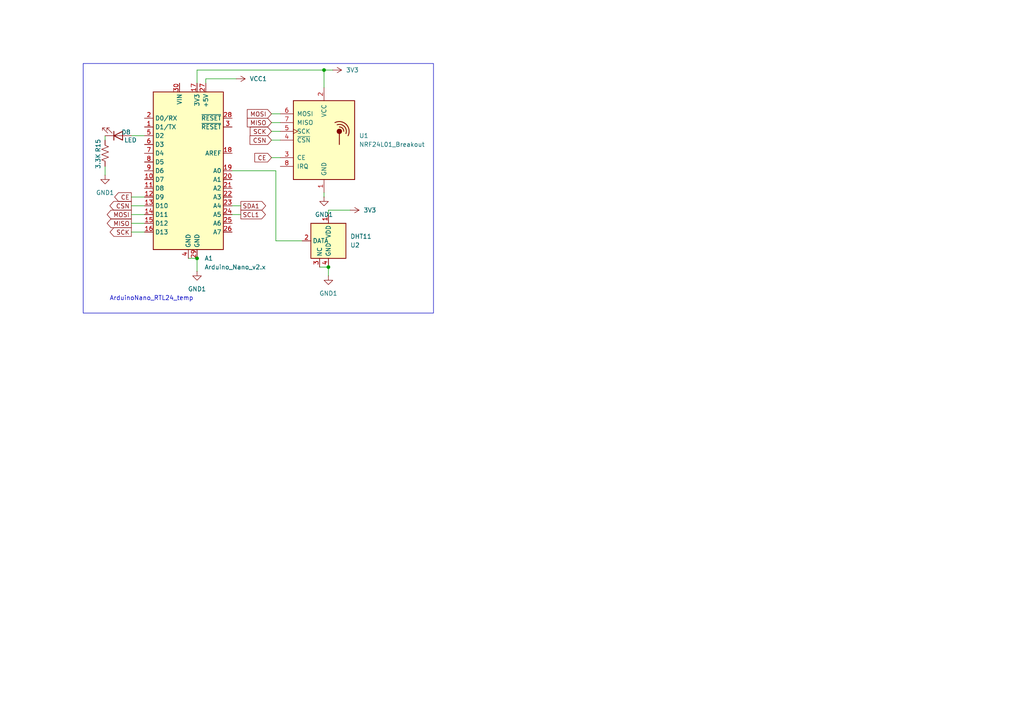
<source format=kicad_sch>
(kicad_sch (version 20250114) (generator "eeschema") (generator_version "9.0")
  (paper "A4")
  (lib_symbols
    (symbol "Device:LED" (pin_numbers (hide yes)) (pin_names (offset 1.016) (hide yes))
      (property "Reference" "D" (at 0 2.54 0))
      (property "Value" "LED" (at 0 -2.54 0))
      (symbol "LED_0_1"
        (polyline (pts (xy -3.048 -0.762) (xy -4.572 -2.286) (xy -3.81 -2.286) (xy -4.572 -2.286) (xy -4.572 -1.524)))
        (polyline (pts (xy -1.778 -0.762) (xy -3.302 -2.286) (xy -2.54 -2.286) (xy -3.302 -2.286) (xy -3.302 -1.524)))
        (polyline (pts (xy -1.27 0) (xy 1.27 0)))
        (polyline (pts (xy -1.27 -1.27) (xy -1.27 1.27)) (stroke (width 0.254)))
        (polyline (pts (xy 1.27 -1.27) (xy 1.27 1.27) (xy -1.27 0) (xy 1.27 -1.27)) (stroke (width 0.254)))
      )
      (symbol "LED_1_1"
        (pin passive line (at -3.81 0 0) (length 2.54) (name "K") (number "1"))
        (pin passive line (at 3.81 0 180) (length 2.54) (name "A") (number "2"))
      )
    )
    (symbol "Device:R_US" (pin_numbers (hide yes)) (pin_names (offset 0))
      (property "Reference" "R" (at 2.54 0 90))
      (property "Value" "R_US" (at -2.54 0 90))
      (symbol "R_US_0_1"
        (polyline (pts (xy 0 2.286) (xy 0 2.54)))
        (polyline (pts (xy 0 2.286) (xy 1.016 1.905) (xy 0 1.524) (xy -1.016 1.143) (xy 0 0.762)))
        (polyline (pts (xy 0 0.762) (xy 1.016 0.381) (xy 0 0) (xy -1.016 -0.381) (xy 0 -0.762)))
        (polyline (pts (xy 0 -0.762) (xy 1.016 -1.143) (xy 0 -1.524) (xy -1.016 -1.905) (xy 0 -2.286)))
        (polyline (pts (xy 0 -2.286) (xy 0 -2.54)))
      )
      (symbol "R_US_1_1"
        (pin passive line (at 0 3.81 270) (length 1.27) (name "~") (number "1"))
        (pin passive line (at 0 -3.81 90) (length 1.27) (name "~") (number "2"))
      )
    )
    (symbol "MCU_Module:Arduino_Nano_v2.x"
      (property "Reference" "A" (at -10.16 23.495 0))
      (property "Value" "Arduino_Nano_v2.x" (at 5.08 -24.13 0))
      (symbol "Arduino_Nano_v2.x_0_1"
        (rectangle (start -10.16 22.86) (end 10.16 -22.86) (stroke (width 0.254)) (fill (type background)))
      )
      (symbol "Arduino_Nano_v2.x_1_1"
        (pin bidirectional line (at -12.7 15.24 0) (length 2.54) (name "D0/RX") (number "2"))
        (pin bidirectional line (at -12.7 12.7 0) (length 2.54) (name "D1/TX") (number "1"))
        (pin bidirectional line (at -12.7 10.16 0) (length 2.54) (name "D2") (number "5"))
        (pin bidirectional line (at -12.7 7.62 0) (length 2.54) (name "D3") (number "6"))
        (pin bidirectional line (at -12.7 5.08 0) (length 2.54) (name "D4") (number "7"))
        (pin bidirectional line (at -12.7 2.54 0) (length 2.54) (name "D5") (number "8"))
        (pin bidirectional line (at -12.7 0 0) (length 2.54) (name "D6") (number "9"))
        (pin bidirectional line (at -12.7 -2.54 0) (length 2.54) (name "D7") (number "10"))
        (pin bidirectional line (at -12.7 -5.08 0) (length 2.54) (name "D8") (number "11"))
        (pin bidirectional line (at -12.7 -7.62 0) (length 2.54) (name "D9") (number "12"))
        (pin bidirectional line (at -12.7 -10.16 0) (length 2.54) (name "D10") (number "13"))
        (pin bidirectional line (at -12.7 -12.7 0) (length 2.54) (name "D11") (number "14"))
        (pin bidirectional line (at -12.7 -15.24 0) (length 2.54) (name "D12") (number "15"))
        (pin bidirectional line (at -12.7 -17.78 0) (length 2.54) (name "D13") (number "16"))
        (pin power_in line (at -2.54 25.4 270) (length 2.54) (name "VIN") (number "30"))
        (pin power_in line (at 0 -25.4 90) (length 2.54) (name "GND") (number "4"))
        (pin power_out line (at 2.54 25.4 270) (length 2.54) (name "3V3") (number "17"))
        (pin power_in line (at 2.54 -25.4 90) (length 2.54) (name "GND") (number "29"))
        (pin power_out line (at 5.08 25.4 270) (length 2.54) (name "+5V") (number "27"))
        (pin input line (at 12.7 15.24 180) (length 2.54) (name "~{RESET}") (number "28"))
        (pin input line (at 12.7 12.7 180) (length 2.54) (name "~{RESET}") (number "3"))
        (pin input line (at 12.7 5.08 180) (length 2.54) (name "AREF") (number "18"))
        (pin bidirectional line (at 12.7 0 180) (length 2.54) (name "A0") (number "19"))
        (pin bidirectional line (at 12.7 -2.54 180) (length 2.54) (name "A1") (number "20"))
        (pin bidirectional line (at 12.7 -5.08 180) (length 2.54) (name "A2") (number "21"))
        (pin bidirectional line (at 12.7 -7.62 180) (length 2.54) (name "A3") (number "22"))
        (pin bidirectional line (at 12.7 -10.16 180) (length 2.54) (name "A4") (number "23"))
        (pin bidirectional line (at 12.7 -12.7 180) (length 2.54) (name "A5") (number "24"))
        (pin bidirectional line (at 12.7 -15.24 180) (length 2.54) (name "A6") (number "25"))
        (pin bidirectional line (at 12.7 -17.78 180) (length 2.54) (name "A7") (number "26"))
      )
    )
    (symbol "RF:NRF24L01_Breakout" (pin_names (offset 1.016))
      (property "Reference" "U" (at -8.89 12.7 0))
      (property "Value" "NRF24L01_Breakout" (at 3.81 12.7 0))
      (symbol "NRF24L01_Breakout_0_1"
        (rectangle (start -8.89 11.43) (end 8.89 -11.43) (stroke (width 0.254)) (fill (type background)))
        (arc (start 3.175 5.08) (mid 6.453 4.548) (end 6.985 1.27) (stroke (width 0.254)))
        (circle (center 4.445 2.54) (radius 0.635) (stroke (width 0.254)) (fill (type outline)))
        (polyline (pts (xy 4.445 1.905) (xy 4.445 -1.27)) (stroke (width 0.254)))
        (arc (start 3.81 4.445) (mid 5.8835 3.9785) (end 6.35 1.905) (stroke (width 0.254)))
        (arc (start 4.445 3.81) (mid 5.3558 3.4508) (end 5.715 2.54) (stroke (width 0.254)))
      )
      (symbol "NRF24L01_Breakout_1_1"
        (pin input line (at -12.7 7.62 0) (length 3.81) (name "MOSI") (number "6"))
        (pin output line (at -12.7 5.08 0) (length 3.81) (name "MISO") (number "7"))
        (pin input clock (at -12.7 2.54 0) (length 3.81) (name "SCK") (number "5"))
        (pin input line (at -12.7 0 0) (length 3.81) (name "~{CSN}") (number "4"))
        (pin input line (at -12.7 -5.08 0) (length 3.81) (name "CE") (number "3"))
        (pin output line (at -12.7 -7.62 0) (length 3.81) (name "IRQ") (number "8"))
        (pin power_in line (at 0 15.24 270) (length 3.81) (name "VCC") (number "2"))
        (pin power_in line (at 0 -15.24 90) (length 3.81) (name "GND") (number "1"))
      )
    )
    (symbol "Sensor:DHT11"
      (property "Reference" "U2" (at -6.35 -1.2701 0))
      (property "Value" "DHT11" (at -6.35 1.2699 0))
      (symbol "DHT11_0_1"
        (rectangle (start -5.08 5.08) (end 5.08 -5.08) (stroke (width 0.254)) (fill (type background)))
      )
      (symbol "DHT11_1_1"
        (pin no_connect line (at -5.08 0 0) (length 2.54) (hide yes) (name "NC") (number "3"))
        (pin power_in line (at 0 7.62 270) (length 2.54) (name "VDD") (number "1"))
        (pin power_in line (at 0 -7.62 90) (length 2.54) (name "GND") (number "4"))
        (pin power_in line (at 2.54 -7.62 90) (length 2.54) (name "NC") (number "3"))
        (pin bidirectional line (at 7.62 0 180) (length 2.54) (name "DATA") (number "2"))
      )
    )
    (symbol "power:GND" (power) (pin_numbers (hide yes)) (pin_names (offset 0) (hide yes))
      (property "Value" "GND" (at 0 -3.81 0))
      (symbol "GND_0_1"
        (polyline (pts (xy 0 0) (xy 0 -1.27) (xy 1.27 -1.27) (xy 0 -2.54) (xy -1.27 -1.27) (xy 0 -1.27)))
      )
      (symbol "GND_1_1"
        (pin power_in line (at 0 0 270) (length 0) (name "~") (number "1"))
      )
    )
    (symbol "power:VCC" (power) (pin_numbers (hide yes)) (pin_names (offset 0) (hide yes))
      (property "Value" "VCC" (at 0 3.556 0))
      (symbol "VCC_0_1"
        (polyline (pts (xy -0.762 1.27) (xy 0 2.54)))
        (polyline (pts (xy 0 2.54) (xy 0.762 1.27)))
        (polyline (pts (xy 0 0) (xy 0 2.54)))
      )
      (symbol "VCC_1_1"
        (pin power_in line (at 0 0 90) (length 0) (name "~") (number "1"))
      )
    )
  )
  (rectangle (start 24.13 18.415) (end 125.73 90.805))
  (text "ArduinoNano_RTL24_temp" (at 43.942 86.614 0) (effects (font (size 1.27 1.27))))
  (junction (at 93.98 20.32))
  (junction (at 95.25 77.47))
  (junction (at 57.15 74.93))
  (wire (pts (xy 30.48 48.26) (xy 30.48 50.8)))
  (wire (pts (xy 68.58 22.86) (xy 59.69 22.86)))
  (wire (pts (xy 67.31 59.69) (xy 69.85 59.69)))
  (wire (pts (xy 38.1 59.69) (xy 41.91 59.69)))
  (wire (pts (xy 92.71 77.47) (xy 95.25 77.47)))
  (wire (pts (xy 67.31 49.53) (xy 80.01 49.53)))
  (wire (pts (xy 80.01 69.85) (xy 87.63 69.85)))
  (wire (pts (xy 95.25 60.96) (xy 101.6 60.96)))
  (wire (pts (xy 67.31 62.23) (xy 69.85 62.23)))
  (wire (pts (xy 80.01 49.53) (xy 80.01 69.85)))
  (wire (pts (xy 38.1 39.37) (xy 41.91 39.37)))
  (wire (pts (xy 38.1 57.15) (xy 41.91 57.15)))
  (wire (pts (xy 57.15 24.13) (xy 57.15 20.32)))
  (wire (pts (xy 78.74 35.56) (xy 81.28 35.56)))
  (wire (pts (xy 57.15 20.32) (xy 93.98 20.32)))
  (wire (pts (xy 30.48 39.37) (xy 30.48 40.64)))
  (wire (pts (xy 78.74 38.1) (xy 81.28 38.1)))
  (wire (pts (xy 78.74 40.64) (xy 81.28 40.64)))
  (wire (pts (xy 38.1 62.23) (xy 41.91 62.23)))
  (wire (pts (xy 93.98 55.88) (xy 93.98 57.15)))
  (wire (pts (xy 93.98 20.32) (xy 93.98 25.4)))
  (wire (pts (xy 57.15 74.93) (xy 57.15 78.74)))
  (wire (pts (xy 38.1 67.31) (xy 41.91 67.31)))
  (wire (pts (xy 54.61 74.93) (xy 57.15 74.93)))
  (wire (pts (xy 38.1 64.77) (xy 41.91 64.77)))
  (wire (pts (xy 93.98 20.32) (xy 96.52 20.32)))
  (wire (pts (xy 78.74 45.72) (xy 81.28 45.72)))
  (wire (pts (xy 95.25 77.47) (xy 95.25 80.01)))
  (wire (pts (xy 59.69 22.86) (xy 59.69 24.13)))
  (wire (pts (xy 78.74 33.02) (xy 81.28 33.02)))
  (wire (pts (xy 95.25 60.96) (xy 95.25 62.23)))
  (global_label "MOSI" (shape input) (at 78.74 33.02 180) (property "Intersheetrefs" "${INTERSHEET_REFS}" (effects (hide yes))))
  (global_label "MISO" (shape input) (at 78.74 35.56 180) (property "Intersheetrefs" "${INTERSHEET_REFS}" (effects (hide yes))))
  (global_label "SCK" (shape input) (at 78.74 38.1 180) (property "Intersheetrefs" "${INTERSHEET_REFS}" (effects (hide yes))))
  (global_label "CE" (shape input) (at 78.74 45.72 180) (property "Intersheetrefs" "${INTERSHEET_REFS}" (effects (hide yes))))
  (global_label "MOSI" (shape output) (at 38.1 62.23 180) (property "Intersheetrefs" "${INTERSHEET_REFS}" (effects (hide yes))))
  (global_label "SCL1" (shape output) (at 69.85 62.23 0) (property "Intersheetrefs" "${INTERSHEET_REFS}" (effects (hide yes))))
  (global_label "CSN" (shape input) (at 78.74 40.64 180) (property "Intersheetrefs" "${INTERSHEET_REFS}" (effects (hide yes))))
  (global_label "CSN" (shape output) (at 38.1 59.69 180) (property "Intersheetrefs" "${INTERSHEET_REFS}" (effects (hide yes))))
  (global_label "CE" (shape output) (at 38.1 57.15 180) (property "Intersheetrefs" "${INTERSHEET_REFS}" (effects (hide yes))))
  (global_label "SCK" (shape output) (at 38.1 67.31 180) (property "Intersheetrefs" "${INTERSHEET_REFS}" (effects (hide yes))))
  (global_label "MISO" (shape output) (at 38.1 64.77 180) (property "Intersheetrefs" "${INTERSHEET_REFS}" (effects (hide yes))))
  (global_label "SDA1" (shape output) (at 69.85 59.69 0) (property "Intersheetrefs" "${INTERSHEET_REFS}" (effects (hide yes))))
  (symbol (lib_id "power:GND") (at 30.48 50.8 0) (unit 1)
    (property "Reference" "#PWR09" (effects (hide yes)))
    (property "Value" "GND1" (at 30.48 55.88 0))
    (property "Description" "Power symbol creates a global label with name \"GND\" , ground" (effects (hide yes)))
  )
  (symbol (lib_id "power:GND") (at 93.98 57.15 0) (unit 1)
    (property "Reference" "#PWR03" (effects (hide yes)))
    (property "Value" "GND1" (at 93.98 62.23 0))
    (property "Description" "Power symbol creates a global label with name \"GND\" , ground" (effects (hide yes)))
  )
  (symbol (lib_id "power:VCC") (at 101.6 60.96 270) (unit 1)
    (property "Reference" "#PWR06" (effects (hide yes)))
    (property "Value" "3V3" (at 105.41 60.9599 90) (effects (justify left)))
    (property "Description" "Power symbol creates a global label with name \"VCC\"" (effects (hide yes)))
  )
  (symbol (lib_id "MCU_Module:Arduino_Nano_v2.x") (at 54.61 49.53 0) (unit 1)
    (property "Reference" "A1" (at 59.2933 74.93 0) (effects (justify left)))
    (property "Value" "Arduino_Nano_v2.x" (at 59.2933 77.47 0) (effects (justify left)))
    (property "Footprint" "Module:Arduino_Nano" (effects (hide yes)))
    (property "Datasheet" "https://www.arduino.cc/en/uploads/Main/ArduinoNanoManual23.pdf" (effects (hide yes)))
    (property "Description" "Arduino Nano v2.x" (effects (hide yes)))
  )
  (symbol (lib_id "power:VCC") (at 96.52 20.32 270) (unit 1)
    (property "Reference" "#PWR05" (effects (hide yes)))
    (property "Value" "3V3" (at 100.33 20.3199 90) (effects (justify left)))
    (property "Description" "Power symbol creates a global label with name \"VCC\"" (effects (hide yes)))
  )
  (symbol (lib_id "Device:R_US") (at 30.48 44.45 0) (unit 1)
    (property "Reference" "R15" (at 28.448 44.196 90) (effects (justify left)))
    (property "Value" "3.3K" (at 28.448 49.022 90) (effects (justify left)))
    (property "Footprint" "Resistor_THT:R_Axial_DIN0204_L3.6mm_D1.6mm_P5.08mm_Horizontal" (effects (hide yes)))
  )
  (symbol (lib_id "Device:LED") (at 34.29 39.37 0) (mirror x) (unit 1)
    (property "Reference" "D8" (at 36.576 38.354 0))
    (property "Value" "LED" (at 37.846 40.64 0))
    (property "Footprint" "LED_THT:LED_D3.0mm_Horizontal_O1.27mm_Z2.0mm" (effects (hide yes)))
    (property "Description" "Light emitting diode" (effects (hide yes)))
    (property "Sim.Pins" "1=K 2=A" (effects (hide yes)))
  )
  (symbol (lib_id "RF:NRF24L01_Breakout") (at 93.98 40.64 0) (unit 1)
    (property "Reference" "U1" (at 104.14 39.3699 0) (effects (justify left)))
    (property "Value" "NRF24L01_Breakout" (at 104.14 41.9099 0) (effects (justify left)))
    (property "Footprint" "RF_Module:nRF24L01_Breakout" (effects (hide yes)))
    (property "Datasheet" "http://www.nordicsemi.com/eng/content/download/2730/34105/file/nRF24L01_Product_Specification_v2_0.pdf" (effects (hide yes)))
    (property "Description" "Ultra low power 2.4GHz RF Transceiver, Carrier PCB" (effects (hide yes)))
  )
  (symbol (lib_id "Sensor:DHT11") (at 95.25 69.85 0) (mirror y) (unit 1)
    (property "Reference" "U2" (at 101.6 71.1201 0) (effects (justify right)))
    (property "Value" "DHT11" (at 101.6 68.5801 0) (effects (justify right)))
    (property "Footprint" "Sensor:Aosong_DHT11_5.5x12.0_P2.54mm" (effects (hide yes)))
    (property "Datasheet" "http://akizukidenshi.com/download/ds/aosong/DHT11.pdf" (effects (hide yes)))
    (property "Description" "3.3V to 5.5V, temperature and humidity module, DHT11" (effects (hide yes)))
  )
  (symbol (lib_id "power:GND") (at 95.25 80.01 0) (unit 1)
    (property "Reference" "#PWR04" (effects (hide yes)))
    (property "Value" "GND1" (at 95.25 85.09 0))
    (property "Description" "Power symbol creates a global label with name \"GND\" , ground" (effects (hide yes)))
  )
  (symbol (lib_id "power:GND") (at 57.15 78.74 0) (unit 1)
    (property "Reference" "#PWR01" (effects (hide yes)))
    (property "Value" "GND1" (at 57.15 83.82 0))
    (property "Description" "Power symbol creates a global label with name \"GND\" , ground" (effects (hide yes)))
  )
  (symbol (lib_id "power:VCC") (at 68.58 22.86 270) (unit 1)
    (property "Reference" "#PWR02" (effects (hide yes)))
    (property "Value" "VCC1" (at 72.39 22.86 90) (effects (justify left)))
  )
)
</source>
